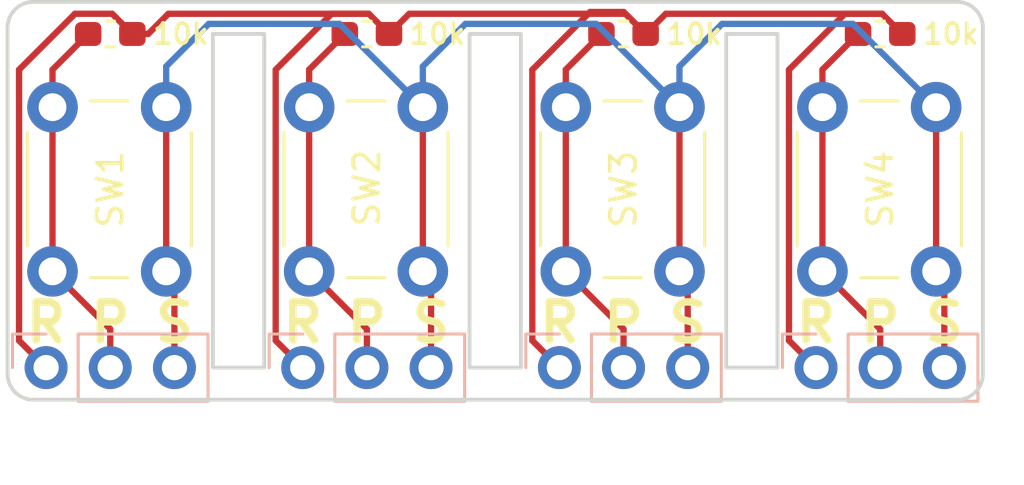
<source format=kicad_pcb>
(kicad_pcb (version 20171130) (host pcbnew "(5.0.1-3-g963ef8bb5)")

  (general
    (thickness 1.6)
    (drawings 36)
    (tracks 83)
    (zones 0)
    (modules 12)
    (nets 7)
  )

  (page A4)
  (layers
    (0 F.Cu signal)
    (31 B.Cu signal)
    (32 B.Adhes user)
    (33 F.Adhes user)
    (34 B.Paste user)
    (35 F.Paste user)
    (36 B.SilkS user)
    (37 F.SilkS user)
    (38 B.Mask user)
    (39 F.Mask user)
    (40 Dwgs.User user)
    (41 Cmts.User user)
    (42 Eco1.User user)
    (43 Eco2.User user)
    (44 Edge.Cuts user)
    (45 Margin user)
    (46 B.CrtYd user)
    (47 F.CrtYd user)
    (48 B.Fab user)
    (49 F.Fab user)
  )

  (setup
    (last_trace_width 0.25)
    (trace_clearance 0.2)
    (zone_clearance 0.508)
    (zone_45_only no)
    (trace_min 0.2)
    (segment_width 0.2)
    (edge_width 0.15)
    (via_size 0.8)
    (via_drill 0.4)
    (via_min_size 0.4)
    (via_min_drill 0.3)
    (uvia_size 0.3)
    (uvia_drill 0.1)
    (uvias_allowed no)
    (uvia_min_size 0.2)
    (uvia_min_drill 0.1)
    (pcb_text_width 0.3)
    (pcb_text_size 1.5 1.5)
    (mod_edge_width 0.15)
    (mod_text_size 1 1)
    (mod_text_width 0.15)
    (pad_size 1.7 1.7)
    (pad_drill 1)
    (pad_to_mask_clearance 0.051)
    (solder_mask_min_width 0.25)
    (aux_axis_origin 0 0)
    (visible_elements FFFFFF7F)
    (pcbplotparams
      (layerselection 0x010fc_ffffffff)
      (usegerberextensions false)
      (usegerberattributes false)
      (usegerberadvancedattributes false)
      (creategerberjobfile false)
      (excludeedgelayer true)
      (linewidth 1.000000)
      (plotframeref false)
      (viasonmask false)
      (mode 1)
      (useauxorigin false)
      (hpglpennumber 1)
      (hpglpenspeed 20)
      (hpglpendiameter 15.000000)
      (psnegative false)
      (psa4output false)
      (plotreference true)
      (plotvalue true)
      (plotinvisibletext false)
      (padsonsilk false)
      (subtractmaskfromsilk false)
      (outputformat 1)
      (mirror false)
      (drillshape 1)
      (scaleselection 1)
      (outputdirectory ""))
  )

  (net 0 "")
  (net 1 "Net-(J1-Pad1)")
  (net 2 "Net-(J1-Pad2)")
  (net 3 "Net-(J1-Pad3)")
  (net 4 "Net-(J2-Pad2)")
  (net 5 "Net-(J3-Pad2)")
  (net 6 "Net-(J4-Pad2)")

  (net_class Default "This is the default net class."
    (clearance 0.2)
    (trace_width 0.25)
    (via_dia 0.8)
    (via_drill 0.4)
    (uvia_dia 0.3)
    (uvia_drill 0.1)
    (add_net "Net-(J1-Pad1)")
    (add_net "Net-(J1-Pad2)")
    (add_net "Net-(J1-Pad3)")
    (add_net "Net-(J2-Pad2)")
    (add_net "Net-(J3-Pad2)")
    (add_net "Net-(J4-Pad2)")
  )

  (module Button_Switch_THT:SW_PUSH_6mm_H4.3mm (layer F.Cu) (tedit 5A02FE31) (tstamp 5D9D7D76)
    (at 104.394 77.47 90)
    (descr "tactile push button, 6x6mm e.g. PHAP33xx series, height=4.3mm")
    (tags "tact sw push 6mm")
    (path /5D978BEC)
    (fp_text reference SW1 (at 3.25 2.286 90) (layer F.SilkS)
      (effects (font (size 1 1) (thickness 0.15)))
    )
    (fp_text value SW_Push (at 3.75 6.7 90) (layer F.Fab)
      (effects (font (size 1 1) (thickness 0.15)))
    )
    (fp_text user %R (at 3.25 2.25 90) (layer F.Fab)
      (effects (font (size 1 1) (thickness 0.15)))
    )
    (fp_line (start 3.25 -0.75) (end 6.25 -0.75) (layer F.Fab) (width 0.1))
    (fp_line (start 6.25 -0.75) (end 6.25 5.25) (layer F.Fab) (width 0.1))
    (fp_line (start 6.25 5.25) (end 0.25 5.25) (layer F.Fab) (width 0.1))
    (fp_line (start 0.25 5.25) (end 0.25 -0.75) (layer F.Fab) (width 0.1))
    (fp_line (start 0.25 -0.75) (end 3.25 -0.75) (layer F.Fab) (width 0.1))
    (fp_line (start 7.75 6) (end 8 6) (layer F.CrtYd) (width 0.05))
    (fp_line (start 8 6) (end 8 5.75) (layer F.CrtYd) (width 0.05))
    (fp_line (start 7.75 -1.5) (end 8 -1.5) (layer F.CrtYd) (width 0.05))
    (fp_line (start 8 -1.5) (end 8 -1.25) (layer F.CrtYd) (width 0.05))
    (fp_line (start -1.5 -1.25) (end -1.5 -1.5) (layer F.CrtYd) (width 0.05))
    (fp_line (start -1.5 -1.5) (end -1.25 -1.5) (layer F.CrtYd) (width 0.05))
    (fp_line (start -1.5 5.75) (end -1.5 6) (layer F.CrtYd) (width 0.05))
    (fp_line (start -1.5 6) (end -1.25 6) (layer F.CrtYd) (width 0.05))
    (fp_line (start -1.25 -1.5) (end 7.75 -1.5) (layer F.CrtYd) (width 0.05))
    (fp_line (start -1.5 5.75) (end -1.5 -1.25) (layer F.CrtYd) (width 0.05))
    (fp_line (start 7.75 6) (end -1.25 6) (layer F.CrtYd) (width 0.05))
    (fp_line (start 8 -1.25) (end 8 5.75) (layer F.CrtYd) (width 0.05))
    (fp_line (start 1 5.5) (end 5.5 5.5) (layer F.SilkS) (width 0.12))
    (fp_line (start -0.25 1.5) (end -0.25 3) (layer F.SilkS) (width 0.12))
    (fp_line (start 5.5 -1) (end 1 -1) (layer F.SilkS) (width 0.12))
    (fp_line (start 6.75 3) (end 6.75 1.5) (layer F.SilkS) (width 0.12))
    (fp_circle (center 3.25 2.25) (end 1.25 2.5) (layer F.Fab) (width 0.1))
    (pad 2 thru_hole circle (at 0 4.5 180) (size 2 2) (drill 1.1) (layers *.Cu *.Mask)
      (net 3 "Net-(J1-Pad3)"))
    (pad 1 thru_hole circle (at 0 0 180) (size 2 2) (drill 1.1) (layers *.Cu *.Mask)
      (net 2 "Net-(J1-Pad2)"))
    (pad 2 thru_hole circle (at 6.5 4.5 180) (size 2 2) (drill 1.1) (layers *.Cu *.Mask)
      (net 3 "Net-(J1-Pad3)"))
    (pad 1 thru_hole circle (at 6.5 0 180) (size 2 2) (drill 1.1) (layers *.Cu *.Mask)
      (net 2 "Net-(J1-Pad2)"))
    (model ${KISYS3DMOD}/Button_Switch_THT.3dshapes/SW_PUSH_6mm_H4.3mm.wrl
      (at (xyz 0 0 0))
      (scale (xyz 1 1 1))
      (rotate (xyz 0 0 0))
    )
  )

  (module Button_Switch_THT:SW_PUSH_6mm_H4.3mm (layer F.Cu) (tedit 5A02FE31) (tstamp 5D9D926A)
    (at 114.554 77.47 90)
    (descr "tactile push button, 6x6mm e.g. PHAP33xx series, height=4.3mm")
    (tags "tact sw push 6mm")
    (path /5D97628C)
    (fp_text reference SW2 (at 3.302 2.286 90) (layer F.SilkS)
      (effects (font (size 1 1) (thickness 0.15)))
    )
    (fp_text value SW_Push (at 3.75 6.7 90) (layer F.Fab)
      (effects (font (size 1 1) (thickness 0.15)))
    )
    (fp_text user %R (at 3.25 2.25 90) (layer F.Fab)
      (effects (font (size 1 1) (thickness 0.15)))
    )
    (fp_line (start 3.25 -0.75) (end 6.25 -0.75) (layer F.Fab) (width 0.1))
    (fp_line (start 6.25 -0.75) (end 6.25 5.25) (layer F.Fab) (width 0.1))
    (fp_line (start 6.25 5.25) (end 0.25 5.25) (layer F.Fab) (width 0.1))
    (fp_line (start 0.25 5.25) (end 0.25 -0.75) (layer F.Fab) (width 0.1))
    (fp_line (start 0.25 -0.75) (end 3.25 -0.75) (layer F.Fab) (width 0.1))
    (fp_line (start 7.75 6) (end 8 6) (layer F.CrtYd) (width 0.05))
    (fp_line (start 8 6) (end 8 5.75) (layer F.CrtYd) (width 0.05))
    (fp_line (start 7.75 -1.5) (end 8 -1.5) (layer F.CrtYd) (width 0.05))
    (fp_line (start 8 -1.5) (end 8 -1.25) (layer F.CrtYd) (width 0.05))
    (fp_line (start -1.5 -1.25) (end -1.5 -1.5) (layer F.CrtYd) (width 0.05))
    (fp_line (start -1.5 -1.5) (end -1.25 -1.5) (layer F.CrtYd) (width 0.05))
    (fp_line (start -1.5 5.75) (end -1.5 6) (layer F.CrtYd) (width 0.05))
    (fp_line (start -1.5 6) (end -1.25 6) (layer F.CrtYd) (width 0.05))
    (fp_line (start -1.25 -1.5) (end 7.75 -1.5) (layer F.CrtYd) (width 0.05))
    (fp_line (start -1.5 5.75) (end -1.5 -1.25) (layer F.CrtYd) (width 0.05))
    (fp_line (start 7.75 6) (end -1.25 6) (layer F.CrtYd) (width 0.05))
    (fp_line (start 8 -1.25) (end 8 5.75) (layer F.CrtYd) (width 0.05))
    (fp_line (start 1 5.5) (end 5.5 5.5) (layer F.SilkS) (width 0.12))
    (fp_line (start -0.25 1.5) (end -0.25 3) (layer F.SilkS) (width 0.12))
    (fp_line (start 5.5 -1) (end 1 -1) (layer F.SilkS) (width 0.12))
    (fp_line (start 6.75 3) (end 6.75 1.5) (layer F.SilkS) (width 0.12))
    (fp_circle (center 3.25 2.25) (end 1.25 2.5) (layer F.Fab) (width 0.1))
    (pad 2 thru_hole circle (at 0 4.5 180) (size 2 2) (drill 1.1) (layers *.Cu *.Mask)
      (net 3 "Net-(J1-Pad3)"))
    (pad 1 thru_hole circle (at 0 0 180) (size 2 2) (drill 1.1) (layers *.Cu *.Mask)
      (net 4 "Net-(J2-Pad2)"))
    (pad 2 thru_hole circle (at 6.5 4.5 180) (size 2 2) (drill 1.1) (layers *.Cu *.Mask)
      (net 3 "Net-(J1-Pad3)"))
    (pad 1 thru_hole circle (at 6.5 0 180) (size 2 2) (drill 1.1) (layers *.Cu *.Mask)
      (net 4 "Net-(J2-Pad2)"))
    (model ${KISYS3DMOD}/Button_Switch_THT.3dshapes/SW_PUSH_6mm_H4.3mm.wrl
      (at (xyz 0 0 0))
      (scale (xyz 1 1 1))
      (rotate (xyz 0 0 0))
    )
  )

  (module Button_Switch_THT:SW_PUSH_6mm_H4.3mm (layer F.Cu) (tedit 5A02FE31) (tstamp 5D9D9776)
    (at 124.714 77.47 90)
    (descr "tactile push button, 6x6mm e.g. PHAP33xx series, height=4.3mm")
    (tags "tact sw push 6mm")
    (path /5D978741)
    (fp_text reference SW3 (at 3.25 2.286 90) (layer F.SilkS)
      (effects (font (size 1 1) (thickness 0.15)))
    )
    (fp_text value SW_Push (at 3.75 6.7 90) (layer F.Fab)
      (effects (font (size 1 1) (thickness 0.15)))
    )
    (fp_circle (center 3.25 2.25) (end 1.25 2.5) (layer F.Fab) (width 0.1))
    (fp_line (start 6.75 3) (end 6.75 1.5) (layer F.SilkS) (width 0.12))
    (fp_line (start 5.5 -1) (end 1 -1) (layer F.SilkS) (width 0.12))
    (fp_line (start -0.25 1.5) (end -0.25 3) (layer F.SilkS) (width 0.12))
    (fp_line (start 1 5.5) (end 5.5 5.5) (layer F.SilkS) (width 0.12))
    (fp_line (start 8 -1.25) (end 8 5.75) (layer F.CrtYd) (width 0.05))
    (fp_line (start 7.75 6) (end -1.25 6) (layer F.CrtYd) (width 0.05))
    (fp_line (start -1.5 5.75) (end -1.5 -1.25) (layer F.CrtYd) (width 0.05))
    (fp_line (start -1.25 -1.5) (end 7.75 -1.5) (layer F.CrtYd) (width 0.05))
    (fp_line (start -1.5 6) (end -1.25 6) (layer F.CrtYd) (width 0.05))
    (fp_line (start -1.5 5.75) (end -1.5 6) (layer F.CrtYd) (width 0.05))
    (fp_line (start -1.5 -1.5) (end -1.25 -1.5) (layer F.CrtYd) (width 0.05))
    (fp_line (start -1.5 -1.25) (end -1.5 -1.5) (layer F.CrtYd) (width 0.05))
    (fp_line (start 8 -1.5) (end 8 -1.25) (layer F.CrtYd) (width 0.05))
    (fp_line (start 7.75 -1.5) (end 8 -1.5) (layer F.CrtYd) (width 0.05))
    (fp_line (start 8 6) (end 8 5.75) (layer F.CrtYd) (width 0.05))
    (fp_line (start 7.75 6) (end 8 6) (layer F.CrtYd) (width 0.05))
    (fp_line (start 0.25 -0.75) (end 3.25 -0.75) (layer F.Fab) (width 0.1))
    (fp_line (start 0.25 5.25) (end 0.25 -0.75) (layer F.Fab) (width 0.1))
    (fp_line (start 6.25 5.25) (end 0.25 5.25) (layer F.Fab) (width 0.1))
    (fp_line (start 6.25 -0.75) (end 6.25 5.25) (layer F.Fab) (width 0.1))
    (fp_line (start 3.25 -0.75) (end 6.25 -0.75) (layer F.Fab) (width 0.1))
    (fp_text user %R (at 3.25 2.25 90) (layer F.Fab)
      (effects (font (size 1 1) (thickness 0.15)))
    )
    (pad 1 thru_hole circle (at 6.5 0 180) (size 2 2) (drill 1.1) (layers *.Cu *.Mask)
      (net 5 "Net-(J3-Pad2)"))
    (pad 2 thru_hole circle (at 6.5 4.5 180) (size 2 2) (drill 1.1) (layers *.Cu *.Mask)
      (net 3 "Net-(J1-Pad3)"))
    (pad 1 thru_hole circle (at 0 0 180) (size 2 2) (drill 1.1) (layers *.Cu *.Mask)
      (net 5 "Net-(J3-Pad2)"))
    (pad 2 thru_hole circle (at 0 4.5 180) (size 2 2) (drill 1.1) (layers *.Cu *.Mask)
      (net 3 "Net-(J1-Pad3)"))
    (model ${KISYS3DMOD}/Button_Switch_THT.3dshapes/SW_PUSH_6mm_H4.3mm.wrl
      (at (xyz 0 0 0))
      (scale (xyz 1 1 1))
      (rotate (xyz 0 0 0))
    )
  )

  (module Button_Switch_THT:SW_PUSH_6mm_H4.3mm (layer F.Cu) (tedit 5A02FE31) (tstamp 5D9D971C)
    (at 134.874 77.47 90)
    (descr "tactile push button, 6x6mm e.g. PHAP33xx series, height=4.3mm")
    (tags "tact sw push 6mm")
    (path /5D9799D4)
    (fp_text reference SW4 (at 3.25 2.286 90) (layer F.SilkS)
      (effects (font (size 1 1) (thickness 0.15)))
    )
    (fp_text value SW_Push (at 3.75 6.7 90) (layer F.Fab)
      (effects (font (size 1 1) (thickness 0.15)))
    )
    (fp_circle (center 3.25 2.25) (end 1.25 2.5) (layer F.Fab) (width 0.1))
    (fp_line (start 6.75 3) (end 6.75 1.5) (layer F.SilkS) (width 0.12))
    (fp_line (start 5.5 -1) (end 1 -1) (layer F.SilkS) (width 0.12))
    (fp_line (start -0.25 1.5) (end -0.25 3) (layer F.SilkS) (width 0.12))
    (fp_line (start 1 5.5) (end 5.5 5.5) (layer F.SilkS) (width 0.12))
    (fp_line (start 8 -1.25) (end 8 5.75) (layer F.CrtYd) (width 0.05))
    (fp_line (start 7.75 6) (end -1.25 6) (layer F.CrtYd) (width 0.05))
    (fp_line (start -1.5 5.75) (end -1.5 -1.25) (layer F.CrtYd) (width 0.05))
    (fp_line (start -1.25 -1.5) (end 7.75 -1.5) (layer F.CrtYd) (width 0.05))
    (fp_line (start -1.5 6) (end -1.25 6) (layer F.CrtYd) (width 0.05))
    (fp_line (start -1.5 5.75) (end -1.5 6) (layer F.CrtYd) (width 0.05))
    (fp_line (start -1.5 -1.5) (end -1.25 -1.5) (layer F.CrtYd) (width 0.05))
    (fp_line (start -1.5 -1.25) (end -1.5 -1.5) (layer F.CrtYd) (width 0.05))
    (fp_line (start 8 -1.5) (end 8 -1.25) (layer F.CrtYd) (width 0.05))
    (fp_line (start 7.75 -1.5) (end 8 -1.5) (layer F.CrtYd) (width 0.05))
    (fp_line (start 8 6) (end 8 5.75) (layer F.CrtYd) (width 0.05))
    (fp_line (start 7.75 6) (end 8 6) (layer F.CrtYd) (width 0.05))
    (fp_line (start 0.25 -0.75) (end 3.25 -0.75) (layer F.Fab) (width 0.1))
    (fp_line (start 0.25 5.25) (end 0.25 -0.75) (layer F.Fab) (width 0.1))
    (fp_line (start 6.25 5.25) (end 0.25 5.25) (layer F.Fab) (width 0.1))
    (fp_line (start 6.25 -0.75) (end 6.25 5.25) (layer F.Fab) (width 0.1))
    (fp_line (start 3.25 -0.75) (end 6.25 -0.75) (layer F.Fab) (width 0.1))
    (fp_text user %R (at 3.25 2.25 90) (layer F.Fab)
      (effects (font (size 1 1) (thickness 0.15)))
    )
    (pad 1 thru_hole circle (at 6.5 0 180) (size 2 2) (drill 1.1) (layers *.Cu *.Mask)
      (net 6 "Net-(J4-Pad2)"))
    (pad 2 thru_hole circle (at 6.5 4.5 180) (size 2 2) (drill 1.1) (layers *.Cu *.Mask)
      (net 3 "Net-(J1-Pad3)"))
    (pad 1 thru_hole circle (at 0 0 180) (size 2 2) (drill 1.1) (layers *.Cu *.Mask)
      (net 6 "Net-(J4-Pad2)"))
    (pad 2 thru_hole circle (at 0 4.5 180) (size 2 2) (drill 1.1) (layers *.Cu *.Mask)
      (net 3 "Net-(J1-Pad3)"))
    (model ${KISYS3DMOD}/Button_Switch_THT.3dshapes/SW_PUSH_6mm_H4.3mm.wrl
      (at (xyz 0 0 0))
      (scale (xyz 1 1 1))
      (rotate (xyz 0 0 0))
    )
  )

  (module Connector_PinHeader_2.54mm:PinHeader_1x03_P2.54mm_Vertical (layer B.Cu) (tedit 5D97774F) (tstamp 5D9D9828)
    (at 134.62 81.28 270)
    (descr "Through hole straight pin header, 1x03, 2.54mm pitch, single row")
    (tags "Through hole pin header THT 1x03 2.54mm single row")
    (path /5D9799DE)
    (fp_text reference J4 (at 0 2.33 270) (layer B.SilkS) hide
      (effects (font (size 1 1) (thickness 0.15)) (justify mirror))
    )
    (fp_text value Conn_01x03 (at 0 -7.41 270) (layer B.Fab)
      (effects (font (size 1 1) (thickness 0.15)) (justify mirror))
    )
    (fp_text user %R (at 0 -2.54 180) (layer B.Fab)
      (effects (font (size 1 1) (thickness 0.15)) (justify mirror))
    )
    (fp_line (start 1.8 1.8) (end -1.8 1.8) (layer B.CrtYd) (width 0.05))
    (fp_line (start 1.8 -6.85) (end 1.8 1.8) (layer B.CrtYd) (width 0.05))
    (fp_line (start -1.8 -6.85) (end 1.8 -6.85) (layer B.CrtYd) (width 0.05))
    (fp_line (start -1.8 1.8) (end -1.8 -6.85) (layer B.CrtYd) (width 0.05))
    (fp_line (start -1.33 1.33) (end 0 1.33) (layer B.SilkS) (width 0.12))
    (fp_line (start -1.33 0) (end -1.33 1.33) (layer B.SilkS) (width 0.12))
    (fp_line (start -1.33 -1.27) (end 1.33 -1.27) (layer B.SilkS) (width 0.12))
    (fp_line (start 1.33 -1.27) (end 1.33 -6.41) (layer B.SilkS) (width 0.12))
    (fp_line (start -1.33 -1.27) (end -1.33 -6.41) (layer B.SilkS) (width 0.12))
    (fp_line (start -1.33 -6.41) (end 1.33 -6.41) (layer B.SilkS) (width 0.12))
    (fp_line (start -1.27 0.635) (end -0.635 1.27) (layer B.Fab) (width 0.1))
    (fp_line (start -1.27 -6.35) (end -1.27 0.635) (layer B.Fab) (width 0.1))
    (fp_line (start 1.27 -6.35) (end -1.27 -6.35) (layer B.Fab) (width 0.1))
    (fp_line (start 1.27 1.27) (end 1.27 -6.35) (layer B.Fab) (width 0.1))
    (fp_line (start -0.635 1.27) (end 1.27 1.27) (layer B.Fab) (width 0.1))
    (pad 3 thru_hole oval (at 0 -5.08 270) (size 1.7 1.7) (drill 1) (layers *.Cu *.Mask)
      (net 3 "Net-(J1-Pad3)"))
    (pad 2 thru_hole oval (at 0 -2.54 270) (size 1.7 1.7) (drill 1) (layers *.Cu *.Mask)
      (net 6 "Net-(J4-Pad2)"))
    (pad 1 thru_hole circle (at 0 0 270) (size 1.7 1.7) (drill 1) (layers *.Cu *.Mask)
      (net 1 "Net-(J1-Pad1)"))
    (model ${KISYS3DMOD}/Connector_PinHeader_2.54mm.3dshapes/PinHeader_1x03_P2.54mm_Vertical.wrl
      (at (xyz 0 0 0))
      (scale (xyz 1 1 1))
      (rotate (xyz 0 0 0))
    )
  )

  (module Connector_PinHeader_2.54mm:PinHeader_1x03_P2.54mm_Vertical (layer B.Cu) (tedit 5D977740) (tstamp 5D9D70E2)
    (at 104.14 81.28 270)
    (descr "Through hole straight pin header, 1x03, 2.54mm pitch, single row")
    (tags "Through hole pin header THT 1x03 2.54mm single row")
    (path /5D978BF6)
    (fp_text reference J1 (at 0 2.33 270) (layer B.SilkS) hide
      (effects (font (size 1 1) (thickness 0.15)) (justify mirror))
    )
    (fp_text value Conn_01x03 (at 0 -7.41 270) (layer B.Fab)
      (effects (font (size 1 1) (thickness 0.15)) (justify mirror))
    )
    (fp_line (start -0.635 1.27) (end 1.27 1.27) (layer B.Fab) (width 0.1))
    (fp_line (start 1.27 1.27) (end 1.27 -6.35) (layer B.Fab) (width 0.1))
    (fp_line (start 1.27 -6.35) (end -1.27 -6.35) (layer B.Fab) (width 0.1))
    (fp_line (start -1.27 -6.35) (end -1.27 0.635) (layer B.Fab) (width 0.1))
    (fp_line (start -1.27 0.635) (end -0.635 1.27) (layer B.Fab) (width 0.1))
    (fp_line (start -1.33 -6.41) (end 1.33 -6.41) (layer B.SilkS) (width 0.12))
    (fp_line (start -1.33 -1.27) (end -1.33 -6.41) (layer B.SilkS) (width 0.12))
    (fp_line (start 1.33 -1.27) (end 1.33 -6.41) (layer B.SilkS) (width 0.12))
    (fp_line (start -1.33 -1.27) (end 1.33 -1.27) (layer B.SilkS) (width 0.12))
    (fp_line (start -1.33 0) (end -1.33 1.33) (layer B.SilkS) (width 0.12))
    (fp_line (start -1.33 1.33) (end 0 1.33) (layer B.SilkS) (width 0.12))
    (fp_line (start -1.8 1.8) (end -1.8 -6.85) (layer B.CrtYd) (width 0.05))
    (fp_line (start -1.8 -6.85) (end 1.8 -6.85) (layer B.CrtYd) (width 0.05))
    (fp_line (start 1.8 -6.85) (end 1.8 1.8) (layer B.CrtYd) (width 0.05))
    (fp_line (start 1.8 1.8) (end -1.8 1.8) (layer B.CrtYd) (width 0.05))
    (fp_text user %R (at 0 -2.54 180) (layer B.Fab)
      (effects (font (size 1 1) (thickness 0.15)) (justify mirror))
    )
    (pad 1 thru_hole circle (at 0 0 270) (size 1.7 1.7) (drill 1) (layers *.Cu *.Mask)
      (net 1 "Net-(J1-Pad1)"))
    (pad 2 thru_hole oval (at 0 -2.54 270) (size 1.7 1.7) (drill 1) (layers *.Cu *.Mask)
      (net 2 "Net-(J1-Pad2)"))
    (pad 3 thru_hole oval (at 0 -5.08 270) (size 1.7 1.7) (drill 1) (layers *.Cu *.Mask)
      (net 3 "Net-(J1-Pad3)"))
    (model ${KISYS3DMOD}/Connector_PinHeader_2.54mm.3dshapes/PinHeader_1x03_P2.54mm_Vertical.wrl
      (at (xyz 0 0 0))
      (scale (xyz 1 1 1))
      (rotate (xyz 0 0 0))
    )
  )

  (module Connector_PinHeader_2.54mm:PinHeader_1x03_P2.54mm_Vertical (layer B.Cu) (tedit 5D97774B) (tstamp 5D9D92EC)
    (at 114.3 81.28 270)
    (descr "Through hole straight pin header, 1x03, 2.54mm pitch, single row")
    (tags "Through hole pin header THT 1x03 2.54mm single row")
    (path /5D977BAC)
    (fp_text reference J2 (at 0 2.33 270) (layer B.SilkS) hide
      (effects (font (size 1 1) (thickness 0.15)) (justify mirror))
    )
    (fp_text value Conn_01x03 (at 0 -7.41 270) (layer B.Fab)
      (effects (font (size 1 1) (thickness 0.15)) (justify mirror))
    )
    (fp_line (start -0.635 1.27) (end 1.27 1.27) (layer B.Fab) (width 0.1))
    (fp_line (start 1.27 1.27) (end 1.27 -6.35) (layer B.Fab) (width 0.1))
    (fp_line (start 1.27 -6.35) (end -1.27 -6.35) (layer B.Fab) (width 0.1))
    (fp_line (start -1.27 -6.35) (end -1.27 0.635) (layer B.Fab) (width 0.1))
    (fp_line (start -1.27 0.635) (end -0.635 1.27) (layer B.Fab) (width 0.1))
    (fp_line (start -1.33 -6.41) (end 1.33 -6.41) (layer B.SilkS) (width 0.12))
    (fp_line (start -1.33 -1.27) (end -1.33 -6.41) (layer B.SilkS) (width 0.12))
    (fp_line (start 1.33 -1.27) (end 1.33 -6.41) (layer B.SilkS) (width 0.12))
    (fp_line (start -1.33 -1.27) (end 1.33 -1.27) (layer B.SilkS) (width 0.12))
    (fp_line (start -1.33 0) (end -1.33 1.33) (layer B.SilkS) (width 0.12))
    (fp_line (start -1.33 1.33) (end 0 1.33) (layer B.SilkS) (width 0.12))
    (fp_line (start -1.8 1.8) (end -1.8 -6.85) (layer B.CrtYd) (width 0.05))
    (fp_line (start -1.8 -6.85) (end 1.8 -6.85) (layer B.CrtYd) (width 0.05))
    (fp_line (start 1.8 -6.85) (end 1.8 1.8) (layer B.CrtYd) (width 0.05))
    (fp_line (start 1.8 1.8) (end -1.8 1.8) (layer B.CrtYd) (width 0.05))
    (fp_text user %R (at 0 -2.54 180) (layer B.Fab)
      (effects (font (size 1 1) (thickness 0.15)) (justify mirror))
    )
    (pad 1 thru_hole circle (at 0 0 270) (size 1.7 1.7) (drill 1) (layers *.Cu *.Mask)
      (net 1 "Net-(J1-Pad1)"))
    (pad 2 thru_hole oval (at 0 -2.54 270) (size 1.7 1.7) (drill 1) (layers *.Cu *.Mask)
      (net 4 "Net-(J2-Pad2)"))
    (pad 3 thru_hole oval (at 0 -5.08 270) (size 1.7 1.7) (drill 1) (layers *.Cu *.Mask)
      (net 3 "Net-(J1-Pad3)"))
    (model ${KISYS3DMOD}/Connector_PinHeader_2.54mm.3dshapes/PinHeader_1x03_P2.54mm_Vertical.wrl
      (at (xyz 0 0 0))
      (scale (xyz 1 1 1))
      (rotate (xyz 0 0 0))
    )
  )

  (module Connector_PinHeader_2.54mm:PinHeader_1x03_P2.54mm_Vertical (layer B.Cu) (tedit 5D977754) (tstamp 5D9D986A)
    (at 124.46 81.28 270)
    (descr "Through hole straight pin header, 1x03, 2.54mm pitch, single row")
    (tags "Through hole pin header THT 1x03 2.54mm single row")
    (path /5D97874B)
    (fp_text reference J3 (at 0 2.33 270) (layer B.SilkS) hide
      (effects (font (size 1 1) (thickness 0.15)) (justify mirror))
    )
    (fp_text value Conn_01x03 (at 0 -7.41 270) (layer B.Fab)
      (effects (font (size 1 1) (thickness 0.15)) (justify mirror))
    )
    (fp_text user %R (at 0 -2.54 180) (layer B.Fab)
      (effects (font (size 1 1) (thickness 0.15)) (justify mirror))
    )
    (fp_line (start 1.8 1.8) (end -1.8 1.8) (layer B.CrtYd) (width 0.05))
    (fp_line (start 1.8 -6.85) (end 1.8 1.8) (layer B.CrtYd) (width 0.05))
    (fp_line (start -1.8 -6.85) (end 1.8 -6.85) (layer B.CrtYd) (width 0.05))
    (fp_line (start -1.8 1.8) (end -1.8 -6.85) (layer B.CrtYd) (width 0.05))
    (fp_line (start -1.33 1.33) (end 0 1.33) (layer B.SilkS) (width 0.12))
    (fp_line (start -1.33 0) (end -1.33 1.33) (layer B.SilkS) (width 0.12))
    (fp_line (start -1.33 -1.27) (end 1.33 -1.27) (layer B.SilkS) (width 0.12))
    (fp_line (start 1.33 -1.27) (end 1.33 -6.41) (layer B.SilkS) (width 0.12))
    (fp_line (start -1.33 -1.27) (end -1.33 -6.41) (layer B.SilkS) (width 0.12))
    (fp_line (start -1.33 -6.41) (end 1.33 -6.41) (layer B.SilkS) (width 0.12))
    (fp_line (start -1.27 0.635) (end -0.635 1.27) (layer B.Fab) (width 0.1))
    (fp_line (start -1.27 -6.35) (end -1.27 0.635) (layer B.Fab) (width 0.1))
    (fp_line (start 1.27 -6.35) (end -1.27 -6.35) (layer B.Fab) (width 0.1))
    (fp_line (start 1.27 1.27) (end 1.27 -6.35) (layer B.Fab) (width 0.1))
    (fp_line (start -0.635 1.27) (end 1.27 1.27) (layer B.Fab) (width 0.1))
    (pad 3 thru_hole oval (at 0 -5.08 270) (size 1.7 1.7) (drill 1) (layers *.Cu *.Mask)
      (net 3 "Net-(J1-Pad3)"))
    (pad 2 thru_hole oval (at 0 -2.54 270) (size 1.7 1.7) (drill 1) (layers *.Cu *.Mask)
      (net 5 "Net-(J3-Pad2)"))
    (pad 1 thru_hole circle (at 0 0 270) (size 1.7 1.7) (drill 1) (layers *.Cu *.Mask)
      (net 1 "Net-(J1-Pad1)"))
    (model ${KISYS3DMOD}/Connector_PinHeader_2.54mm.3dshapes/PinHeader_1x03_P2.54mm_Vertical.wrl
      (at (xyz 0 0 0))
      (scale (xyz 1 1 1))
      (rotate (xyz 0 0 0))
    )
  )

  (module Resistor_SMD:R_0603_1608Metric_Pad1.05x0.95mm_HandSolder (layer F.Cu) (tedit 5D977644) (tstamp 5D9D7AF6)
    (at 106.68 68.072)
    (descr "Resistor SMD 0603 (1608 Metric), square (rectangular) end terminal, IPC_7351 nominal with elongated pad for handsoldering. (Body size source: http://www.tortai-tech.com/upload/download/2011102023233369053.pdf), generated with kicad-footprint-generator")
    (tags "resistor handsolder")
    (path /5D978BE6)
    (attr smd)
    (fp_text reference R1 (at -2.794 0.094) (layer F.SilkS) hide
      (effects (font (size 1 1) (thickness 0.15)))
    )
    (fp_text value 10k (at 0 1.43) (layer F.Fab)
      (effects (font (size 1 1) (thickness 0.15)))
    )
    (fp_line (start -0.8 0.4) (end -0.8 -0.4) (layer F.Fab) (width 0.1))
    (fp_line (start -0.8 -0.4) (end 0.8 -0.4) (layer F.Fab) (width 0.1))
    (fp_line (start 0.8 -0.4) (end 0.8 0.4) (layer F.Fab) (width 0.1))
    (fp_line (start 0.8 0.4) (end -0.8 0.4) (layer F.Fab) (width 0.1))
    (fp_line (start -0.171267 -0.51) (end 0.171267 -0.51) (layer F.SilkS) (width 0.12))
    (fp_line (start -0.171267 0.51) (end 0.171267 0.51) (layer F.SilkS) (width 0.12))
    (fp_line (start -1.65 0.73) (end -1.65 -0.73) (layer F.CrtYd) (width 0.05))
    (fp_line (start -1.65 -0.73) (end 1.65 -0.73) (layer F.CrtYd) (width 0.05))
    (fp_line (start 1.65 -0.73) (end 1.65 0.73) (layer F.CrtYd) (width 0.05))
    (fp_line (start 1.65 0.73) (end -1.65 0.73) (layer F.CrtYd) (width 0.05))
    (fp_text user %R (at 0 0) (layer F.Fab)
      (effects (font (size 0.4 0.4) (thickness 0.06)))
    )
    (pad 1 smd roundrect (at -0.875 0) (size 1.05 0.95) (layers F.Cu F.Paste F.Mask) (roundrect_rratio 0.25)
      (net 2 "Net-(J1-Pad2)"))
    (pad 2 smd roundrect (at 0.875 0) (size 1.05 0.95) (layers F.Cu F.Paste F.Mask) (roundrect_rratio 0.25)
      (net 1 "Net-(J1-Pad1)"))
    (model ${KISYS3DMOD}/Resistor_SMD.3dshapes/R_0603_1608Metric.wrl
      (at (xyz 0 0 0))
      (scale (xyz 1 1 1))
      (rotate (xyz 0 0 0))
    )
  )

  (module Resistor_SMD:R_0603_1608Metric_Pad1.05x0.95mm_HandSolder (layer F.Cu) (tedit 5D97763F) (tstamp 5D9D92B6)
    (at 116.84 68.072)
    (descr "Resistor SMD 0603 (1608 Metric), square (rectangular) end terminal, IPC_7351 nominal with elongated pad for handsoldering. (Body size source: http://www.tortai-tech.com/upload/download/2011102023233369053.pdf), generated with kicad-footprint-generator")
    (tags "resistor handsolder")
    (path /5D97601D)
    (attr smd)
    (fp_text reference R2 (at -2.794 0.094) (layer F.SilkS) hide
      (effects (font (size 1 1) (thickness 0.15)))
    )
    (fp_text value 10k (at 0 1.43) (layer F.Fab)
      (effects (font (size 1 1) (thickness 0.15)))
    )
    (fp_line (start -0.8 0.4) (end -0.8 -0.4) (layer F.Fab) (width 0.1))
    (fp_line (start -0.8 -0.4) (end 0.8 -0.4) (layer F.Fab) (width 0.1))
    (fp_line (start 0.8 -0.4) (end 0.8 0.4) (layer F.Fab) (width 0.1))
    (fp_line (start 0.8 0.4) (end -0.8 0.4) (layer F.Fab) (width 0.1))
    (fp_line (start -0.171267 -0.51) (end 0.171267 -0.51) (layer F.SilkS) (width 0.12))
    (fp_line (start -0.171267 0.51) (end 0.171267 0.51) (layer F.SilkS) (width 0.12))
    (fp_line (start -1.65 0.73) (end -1.65 -0.73) (layer F.CrtYd) (width 0.05))
    (fp_line (start -1.65 -0.73) (end 1.65 -0.73) (layer F.CrtYd) (width 0.05))
    (fp_line (start 1.65 -0.73) (end 1.65 0.73) (layer F.CrtYd) (width 0.05))
    (fp_line (start 1.65 0.73) (end -1.65 0.73) (layer F.CrtYd) (width 0.05))
    (fp_text user %R (at 0 0) (layer F.Fab)
      (effects (font (size 0.4 0.4) (thickness 0.06)))
    )
    (pad 1 smd roundrect (at -0.875 0) (size 1.05 0.95) (layers F.Cu F.Paste F.Mask) (roundrect_rratio 0.25)
      (net 4 "Net-(J2-Pad2)"))
    (pad 2 smd roundrect (at 0.875 0) (size 1.05 0.95) (layers F.Cu F.Paste F.Mask) (roundrect_rratio 0.25)
      (net 1 "Net-(J1-Pad1)"))
    (model ${KISYS3DMOD}/Resistor_SMD.3dshapes/R_0603_1608Metric.wrl
      (at (xyz 0 0 0))
      (scale (xyz 1 1 1))
      (rotate (xyz 0 0 0))
    )
  )

  (module Resistor_SMD:R_0603_1608Metric_Pad1.05x0.95mm_HandSolder (layer F.Cu) (tedit 5D97763B) (tstamp 5D9D97F2)
    (at 127 68.072)
    (descr "Resistor SMD 0603 (1608 Metric), square (rectangular) end terminal, IPC_7351 nominal with elongated pad for handsoldering. (Body size source: http://www.tortai-tech.com/upload/download/2011102023233369053.pdf), generated with kicad-footprint-generator")
    (tags "resistor handsolder")
    (path /5D97873B)
    (attr smd)
    (fp_text reference R3 (at -2.794 0.094) (layer F.SilkS) hide
      (effects (font (size 1 1) (thickness 0.15)))
    )
    (fp_text value 10k (at 0 1.43) (layer F.Fab)
      (effects (font (size 1 1) (thickness 0.15)))
    )
    (fp_text user %R (at 0 0) (layer F.Fab)
      (effects (font (size 0.4 0.4) (thickness 0.06)))
    )
    (fp_line (start 1.65 0.73) (end -1.65 0.73) (layer F.CrtYd) (width 0.05))
    (fp_line (start 1.65 -0.73) (end 1.65 0.73) (layer F.CrtYd) (width 0.05))
    (fp_line (start -1.65 -0.73) (end 1.65 -0.73) (layer F.CrtYd) (width 0.05))
    (fp_line (start -1.65 0.73) (end -1.65 -0.73) (layer F.CrtYd) (width 0.05))
    (fp_line (start -0.171267 0.51) (end 0.171267 0.51) (layer F.SilkS) (width 0.12))
    (fp_line (start -0.171267 -0.51) (end 0.171267 -0.51) (layer F.SilkS) (width 0.12))
    (fp_line (start 0.8 0.4) (end -0.8 0.4) (layer F.Fab) (width 0.1))
    (fp_line (start 0.8 -0.4) (end 0.8 0.4) (layer F.Fab) (width 0.1))
    (fp_line (start -0.8 -0.4) (end 0.8 -0.4) (layer F.Fab) (width 0.1))
    (fp_line (start -0.8 0.4) (end -0.8 -0.4) (layer F.Fab) (width 0.1))
    (pad 2 smd roundrect (at 0.875 0) (size 1.05 0.95) (layers F.Cu F.Paste F.Mask) (roundrect_rratio 0.25)
      (net 1 "Net-(J1-Pad1)"))
    (pad 1 smd roundrect (at -0.875 0) (size 1.05 0.95) (layers F.Cu F.Paste F.Mask) (roundrect_rratio 0.25)
      (net 5 "Net-(J3-Pad2)"))
    (model ${KISYS3DMOD}/Resistor_SMD.3dshapes/R_0603_1608Metric.wrl
      (at (xyz 0 0 0))
      (scale (xyz 1 1 1))
      (rotate (xyz 0 0 0))
    )
  )

  (module Resistor_SMD:R_0603_1608Metric_Pad1.05x0.95mm_HandSolder (layer F.Cu) (tedit 5D977636) (tstamp 5D9D97C2)
    (at 137.16 68.072)
    (descr "Resistor SMD 0603 (1608 Metric), square (rectangular) end terminal, IPC_7351 nominal with elongated pad for handsoldering. (Body size source: http://www.tortai-tech.com/upload/download/2011102023233369053.pdf), generated with kicad-footprint-generator")
    (tags "resistor handsolder")
    (path /5D9799CE)
    (attr smd)
    (fp_text reference R4 (at -2.794 0.094) (layer F.SilkS) hide
      (effects (font (size 1 1) (thickness 0.15)))
    )
    (fp_text value 10k (at 0 1.43) (layer F.Fab)
      (effects (font (size 1 1) (thickness 0.15)))
    )
    (fp_text user %R (at 0 0) (layer F.Fab)
      (effects (font (size 0.4 0.4) (thickness 0.06)))
    )
    (fp_line (start 1.65 0.73) (end -1.65 0.73) (layer F.CrtYd) (width 0.05))
    (fp_line (start 1.65 -0.73) (end 1.65 0.73) (layer F.CrtYd) (width 0.05))
    (fp_line (start -1.65 -0.73) (end 1.65 -0.73) (layer F.CrtYd) (width 0.05))
    (fp_line (start -1.65 0.73) (end -1.65 -0.73) (layer F.CrtYd) (width 0.05))
    (fp_line (start -0.171267 0.51) (end 0.171267 0.51) (layer F.SilkS) (width 0.12))
    (fp_line (start -0.171267 -0.51) (end 0.171267 -0.51) (layer F.SilkS) (width 0.12))
    (fp_line (start 0.8 0.4) (end -0.8 0.4) (layer F.Fab) (width 0.1))
    (fp_line (start 0.8 -0.4) (end 0.8 0.4) (layer F.Fab) (width 0.1))
    (fp_line (start -0.8 -0.4) (end 0.8 -0.4) (layer F.Fab) (width 0.1))
    (fp_line (start -0.8 0.4) (end -0.8 -0.4) (layer F.Fab) (width 0.1))
    (pad 2 smd roundrect (at 0.875 0) (size 1.05 0.95) (layers F.Cu F.Paste F.Mask) (roundrect_rratio 0.25)
      (net 1 "Net-(J1-Pad1)"))
    (pad 1 smd roundrect (at -0.875 0) (size 1.05 0.95) (layers F.Cu F.Paste F.Mask) (roundrect_rratio 0.25)
      (net 6 "Net-(J4-Pad2)"))
    (model ${KISYS3DMOD}/Resistor_SMD.3dshapes/R_0603_1608Metric.wrl
      (at (xyz 0 0 0))
      (scale (xyz 1 1 1))
      (rotate (xyz 0 0 0))
    )
  )

  (gr_arc (start 103.632 67.818) (end 103.632 66.802) (angle -90) (layer Edge.Cuts) (width 0.15))
  (gr_arc (start 103.632 81.534) (end 102.616 81.534) (angle -90) (layer Edge.Cuts) (width 0.15))
  (gr_arc (start 140.208 81.534) (end 140.208 82.55) (angle -90) (layer Edge.Cuts) (width 0.15))
  (gr_arc (start 140.208 67.818) (end 141.224 67.818) (angle -90) (layer Edge.Cuts) (width 0.15))
  (gr_text 10k (at 139.954 68.072) (layer F.SilkS) (tstamp 5D9D9CEB)
    (effects (font (size 0.8 0.8) (thickness 0.15)))
  )
  (gr_text 10k (at 129.794 68.072) (layer F.SilkS) (tstamp 5D9D9CE9)
    (effects (font (size 0.8 0.8) (thickness 0.15)))
  )
  (gr_text 10k (at 119.634 68.072) (layer F.SilkS) (tstamp 5D9D9CE7)
    (effects (font (size 0.8 0.8) (thickness 0.15)))
  )
  (gr_line (start 122.936 68.072) (end 120.904 68.072) (layer Edge.Cuts) (width 0.15))
  (gr_line (start 133.096 68.072) (end 131.064 68.072) (layer Edge.Cuts) (width 0.15))
  (gr_line (start 110.744 68.072) (end 112.776 68.072) (layer Edge.Cuts) (width 0.15))
  (gr_line (start 110.744 81.28) (end 112.776 81.28) (layer Edge.Cuts) (width 0.15))
  (gr_line (start 120.904 81.28) (end 122.936 81.28) (layer Edge.Cuts) (width 0.15))
  (gr_line (start 131.064 81.28) (end 133.096 81.28) (layer Edge.Cuts) (width 0.15))
  (gr_text S (at 139.7 79.502) (layer F.SilkS) (tstamp 5D9D98AF)
    (effects (font (size 1.5 1.5) (thickness 0.3)))
  )
  (gr_text S (at 129.54 79.502) (layer F.SilkS) (tstamp 5D9D98A9)
    (effects (font (size 1.5 1.5) (thickness 0.3)))
  )
  (gr_text 10k (at 109.474 68.072) (layer F.SilkS) (tstamp 5D9D8EBE)
    (effects (font (size 0.8 0.8) (thickness 0.15)))
  )
  (gr_text P (at 106.68 79.502) (layer F.SilkS) (tstamp 5D9D8E6D)
    (effects (font (size 1.5 1.5) (thickness 0.3)))
  )
  (gr_text R (at 104.14 79.502) (layer F.SilkS) (tstamp 5D9D8E6C)
    (effects (font (size 1.5 1.5) (thickness 0.3)))
  )
  (gr_text S (at 109.22 79.502) (layer F.SilkS) (tstamp 5D9D8E6B)
    (effects (font (size 1.5 1.5) (thickness 0.3)))
  )
  (gr_text P (at 116.84 79.502) (layer F.SilkS) (tstamp 5D9D9322)
    (effects (font (size 1.5 1.5) (thickness 0.3)))
  )
  (gr_text S (at 119.38 79.502) (layer F.SilkS) (tstamp 5D9D9328)
    (effects (font (size 1.5 1.5) (thickness 0.3)))
  )
  (gr_text R (at 114.3 79.502) (layer F.SilkS) (tstamp 5D9D9325)
    (effects (font (size 1.5 1.5) (thickness 0.3)))
  )
  (gr_text P (at 127 79.502) (layer F.SilkS) (tstamp 5D9D98A6)
    (effects (font (size 1.5 1.5) (thickness 0.3)))
  )
  (gr_text R (at 124.46 79.502) (layer F.SilkS) (tstamp 5D9D98AC)
    (effects (font (size 1.5 1.5) (thickness 0.3)))
  )
  (gr_text P (at 137.16 79.502) (layer F.SilkS) (tstamp 5D9D989D)
    (effects (font (size 1.5 1.5) (thickness 0.3)))
  )
  (gr_text R (at 134.62 79.502) (layer F.SilkS) (tstamp 5D9D98A3)
    (effects (font (size 1.5 1.5) (thickness 0.3)))
  )
  (gr_line (start 131.064 68.072) (end 131.064 81.28) (layer Edge.Cuts) (width 0.15) (tstamp 5D9D96ED))
  (gr_line (start 133.096 68.072) (end 133.096 81.28) (layer Edge.Cuts) (width 0.15) (tstamp 5D9D96FC))
  (gr_line (start 120.904 68.072) (end 120.904 81.28) (layer Edge.Cuts) (width 0.15) (tstamp 5D9D96EA))
  (gr_line (start 122.936 68.072) (end 122.936 81.28) (layer Edge.Cuts) (width 0.15) (tstamp 5D9D931C))
  (gr_line (start 112.776 68.072) (end 112.776 81.28) (layer Edge.Cuts) (width 0.15) (tstamp 5D9D931F))
  (gr_line (start 110.744 68.072) (end 110.744 81.28) (layer Edge.Cuts) (width 0.15))
  (gr_line (start 102.616 81.534) (end 102.616 67.818) (layer Edge.Cuts) (width 0.15))
  (gr_line (start 140.208 66.802) (end 103.632 66.802) (layer Edge.Cuts) (width 0.15) (tstamp 5D9D9501))
  (gr_line (start 141.224 81.534) (end 141.224 67.818) (layer Edge.Cuts) (width 0.15) (tstamp 5D9D9897))
  (gr_line (start 103.632 82.55) (end 140.208 82.55) (layer Edge.Cuts) (width 0.15) (tstamp 5D9D96F3))

  (segment (start 103.068999 80.208999) (end 103.290001 80.430001) (width 0.25) (layer F.Cu) (net 1))
  (segment (start 103.290001 80.430001) (end 104.14 81.28) (width 0.25) (layer F.Cu) (net 1))
  (segment (start 103.068999 69.487491) (end 103.068999 80.208999) (width 0.25) (layer F.Cu) (net 1))
  (segment (start 105.2845 67.27199) (end 103.068999 69.487491) (width 0.25) (layer F.Cu) (net 1))
  (segment (start 106.75499 67.27199) (end 105.2845 67.27199) (width 0.25) (layer F.Cu) (net 1))
  (segment (start 107.555 68.072) (end 106.75499 67.27199) (width 0.25) (layer F.Cu) (net 1))
  (segment (start 113.450001 80.430001) (end 114.3 81.28) (width 0.25) (layer F.Cu) (net 1))
  (segment (start 113.228999 80.208999) (end 113.450001 80.430001) (width 0.25) (layer F.Cu) (net 1))
  (segment (start 113.228999 69.487491) (end 113.228999 80.208999) (width 0.25) (layer F.Cu) (net 1))
  (segment (start 115.4445 67.27199) (end 113.228999 69.487491) (width 0.25) (layer F.Cu) (net 1))
  (segment (start 116.91499 67.27199) (end 115.4445 67.27199) (width 0.25) (layer F.Cu) (net 1))
  (segment (start 123.610001 80.430001) (end 124.46 81.28) (width 0.25) (layer F.Cu) (net 1))
  (segment (start 123.388999 80.208999) (end 123.610001 80.430001) (width 0.25) (layer F.Cu) (net 1))
  (segment (start 123.388999 69.487491) (end 123.388999 80.208999) (width 0.25) (layer F.Cu) (net 1))
  (segment (start 125.67448 67.20201) (end 123.388999 69.487491) (width 0.25) (layer F.Cu) (net 1))
  (segment (start 127.00501 67.20201) (end 125.67448 67.20201) (width 0.25) (layer F.Cu) (net 1))
  (segment (start 127.875 68.072) (end 127.00501 67.20201) (width 0.25) (layer F.Cu) (net 1))
  (segment (start 133.770001 80.430001) (end 134.62 81.28) (width 0.25) (layer F.Cu) (net 1))
  (segment (start 135.7645 67.27199) (end 133.548999 69.487491) (width 0.25) (layer F.Cu) (net 1))
  (segment (start 137.23499 67.27199) (end 135.7645 67.27199) (width 0.25) (layer F.Cu) (net 1))
  (segment (start 133.548999 80.208999) (end 133.770001 80.430001) (width 0.25) (layer F.Cu) (net 1))
  (segment (start 133.548999 69.487491) (end 133.548999 80.208999) (width 0.25) (layer F.Cu) (net 1))
  (segment (start 108.98001 67.27199) (end 116.91499 67.27199) (width 0.25) (layer F.Cu) (net 1))
  (segment (start 116.91499 67.27199) (end 117.215928 67.572928) (width 0.25) (layer F.Cu) (net 1))
  (segment (start 108.18 68.072) (end 108.98001 67.27199) (width 0.25) (layer F.Cu) (net 1))
  (segment (start 117.215928 67.572928) (end 117.715 68.072) (width 0.25) (layer F.Cu) (net 1))
  (segment (start 107.555 68.072) (end 108.18 68.072) (width 0.25) (layer F.Cu) (net 1))
  (segment (start 127.375928 67.572928) (end 127.875 68.072) (width 0.25) (layer F.Cu) (net 1))
  (segment (start 127.07499 67.27199) (end 127.375928 67.572928) (width 0.25) (layer F.Cu) (net 1))
  (segment (start 118.51501 67.27199) (end 127.07499 67.27199) (width 0.25) (layer F.Cu) (net 1))
  (segment (start 117.715 68.072) (end 118.51501 67.27199) (width 0.25) (layer F.Cu) (net 1))
  (segment (start 137.535928 67.572928) (end 138.035 68.072) (width 0.25) (layer F.Cu) (net 1))
  (segment (start 137.23499 67.27199) (end 137.535928 67.572928) (width 0.25) (layer F.Cu) (net 1))
  (segment (start 128.67501 67.27199) (end 137.23499 67.27199) (width 0.25) (layer F.Cu) (net 1))
  (segment (start 127.875 68.072) (end 128.67501 67.27199) (width 0.25) (layer F.Cu) (net 1))
  (segment (start 106.68 79.756) (end 104.394 77.47) (width 0.25) (layer F.Cu) (net 2))
  (segment (start 106.68 81.28) (end 106.68 79.756) (width 0.25) (layer F.Cu) (net 2))
  (segment (start 104.394 69.483) (end 105.805 68.072) (width 0.25) (layer F.Cu) (net 2))
  (segment (start 104.394 70.97) (end 104.394 69.483) (width 0.25) (layer F.Cu) (net 2))
  (segment (start 104.394 70.97) (end 104.394 77.47) (width 0.25) (layer F.Cu) (net 2))
  (segment (start 119.38 77.796) (end 119.054 77.47) (width 0.25) (layer F.Cu) (net 3))
  (segment (start 119.38 81.28) (end 119.38 77.796) (width 0.25) (layer F.Cu) (net 3))
  (segment (start 109.22 77.796) (end 108.894 77.47) (width 0.25) (layer F.Cu) (net 3))
  (segment (start 109.22 81.28) (end 109.22 77.796) (width 0.25) (layer F.Cu) (net 3))
  (segment (start 129.54 77.796) (end 129.214 77.47) (width 0.25) (layer F.Cu) (net 3))
  (segment (start 129.54 81.28) (end 129.54 77.796) (width 0.25) (layer F.Cu) (net 3))
  (segment (start 139.7 77.796) (end 139.374 77.47) (width 0.25) (layer F.Cu) (net 3))
  (segment (start 139.7 81.28) (end 139.7 77.796) (width 0.25) (layer F.Cu) (net 3))
  (segment (start 108.894 72.384213) (end 108.894 77.47) (width 0.25) (layer F.Cu) (net 3))
  (segment (start 108.894 70.97) (end 108.894 72.384213) (width 0.25) (layer F.Cu) (net 3))
  (segment (start 119.054 70.97) (end 119.054 77.47) (width 0.25) (layer F.Cu) (net 3))
  (segment (start 129.214 70.97) (end 129.214 77.47) (width 0.25) (layer F.Cu) (net 3))
  (segment (start 139.374 70.97) (end 139.374 77.47) (width 0.25) (layer F.Cu) (net 3))
  (segment (start 118.054001 69.970001) (end 119.054 70.97) (width 0.25) (layer B.Cu) (net 3))
  (segment (start 115.75599 67.67199) (end 118.054001 69.970001) (width 0.25) (layer B.Cu) (net 3))
  (segment (start 110.578311 67.67199) (end 115.75599 67.67199) (width 0.25) (layer B.Cu) (net 3))
  (segment (start 108.894 69.356301) (end 110.578311 67.67199) (width 0.25) (layer B.Cu) (net 3))
  (segment (start 108.894 70.97) (end 108.894 69.356301) (width 0.25) (layer B.Cu) (net 3))
  (segment (start 136.07599 67.67199) (end 138.374001 69.970001) (width 0.25) (layer B.Cu) (net 3))
  (segment (start 138.374001 69.970001) (end 139.374 70.97) (width 0.25) (layer B.Cu) (net 3))
  (segment (start 130.898311 67.67199) (end 136.07599 67.67199) (width 0.25) (layer B.Cu) (net 3))
  (segment (start 129.214 69.356301) (end 130.898311 67.67199) (width 0.25) (layer B.Cu) (net 3))
  (segment (start 129.214 70.97) (end 129.214 69.356301) (width 0.25) (layer B.Cu) (net 3))
  (segment (start 128.214001 69.970001) (end 129.214 70.97) (width 0.25) (layer B.Cu) (net 3))
  (segment (start 125.91599 67.67199) (end 128.214001 69.970001) (width 0.25) (layer B.Cu) (net 3))
  (segment (start 120.738311 67.67199) (end 125.91599 67.67199) (width 0.25) (layer B.Cu) (net 3))
  (segment (start 119.054 69.356301) (end 120.738311 67.67199) (width 0.25) (layer B.Cu) (net 3))
  (segment (start 119.054 70.97) (end 119.054 69.356301) (width 0.25) (layer B.Cu) (net 3))
  (segment (start 116.84 79.756) (end 114.554 77.47) (width 0.25) (layer F.Cu) (net 4))
  (segment (start 116.84 81.28) (end 116.84 79.756) (width 0.25) (layer F.Cu) (net 4))
  (segment (start 114.554 69.483) (end 115.965 68.072) (width 0.25) (layer F.Cu) (net 4))
  (segment (start 114.554 70.97) (end 114.554 69.483) (width 0.25) (layer F.Cu) (net 4))
  (segment (start 114.554 70.97) (end 114.554 77.47) (width 0.25) (layer F.Cu) (net 4))
  (segment (start 127 79.756) (end 124.714 77.47) (width 0.25) (layer F.Cu) (net 5))
  (segment (start 127 81.28) (end 127 79.756) (width 0.25) (layer F.Cu) (net 5))
  (segment (start 124.714 69.483) (end 126.125 68.072) (width 0.25) (layer F.Cu) (net 5))
  (segment (start 124.714 70.97) (end 124.714 69.483) (width 0.25) (layer F.Cu) (net 5))
  (segment (start 124.714 70.97) (end 124.714 77.47) (width 0.25) (layer F.Cu) (net 5))
  (segment (start 137.16 79.756) (end 134.874 77.47) (width 0.25) (layer F.Cu) (net 6))
  (segment (start 137.16 81.28) (end 137.16 79.756) (width 0.25) (layer F.Cu) (net 6))
  (segment (start 134.874 69.483) (end 136.285 68.072) (width 0.25) (layer F.Cu) (net 6))
  (segment (start 134.874 70.97) (end 134.874 69.483) (width 0.25) (layer F.Cu) (net 6))
  (segment (start 134.874 70.97) (end 134.874 77.47) (width 0.25) (layer F.Cu) (net 6))

)

</source>
